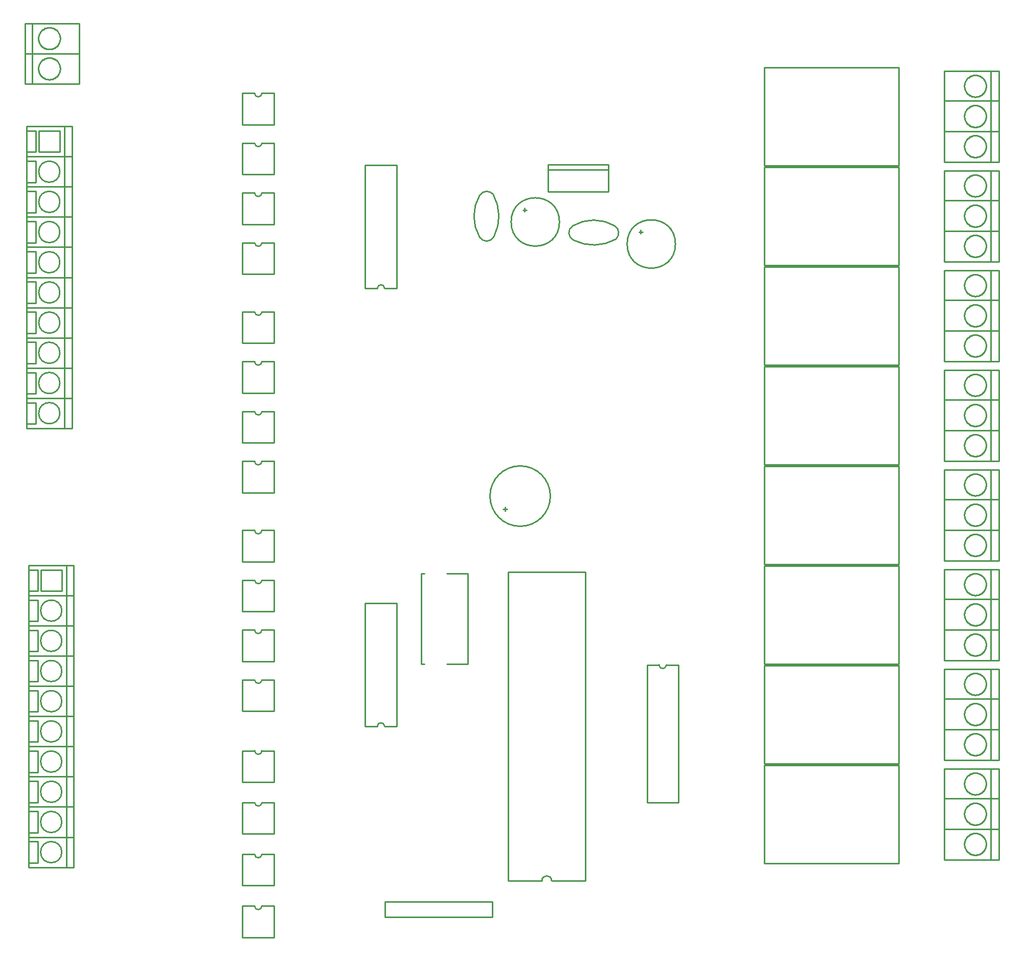
<source format=gbr>
G04 DipTrace 3.0.0.1*
G04 Âåðõíÿÿìàðêèðîâêà.gbr*
%MOIN*%
G04 #@! TF.FileFunction,Legend,Top*
G04 #@! TF.Part,Single*
%ADD10C,0.009843*%
%FSLAX26Y26*%
G04*
G70*
G90*
G75*
G01*
G04 TopSilk*
%LPD*%
X3562471Y5181497D2*
D10*
G02X3562471Y5181497I157480J0D01*
G01*
X3651259Y5247734D2*
Y5272741D1*
X3638755Y5260238D2*
X3663762D1*
X3357456Y5081281D2*
G02X3357456Y5356077I232924J137398D01*
G01*
X3444946Y5362285D2*
G02X3451202Y5087553I-254774J-143239D01*
G01*
X3357456Y5081281D2*
G03X3451202Y5087553I45209J28002D01*
G01*
X3357456Y5356077D2*
G02X3444946Y5362285I46091J-29964D01*
G01*
X3963781Y5156195D2*
G02X4238577Y5156195I137398J-232924D01*
G01*
X4244785Y5068705D2*
G02X3970053Y5062449I-143239J254774D01*
G01*
X3963781Y5156195D2*
G03X3970053Y5062449I28002J-45209D01*
G01*
X4238577Y5156195D2*
G02X4244785Y5068705I-29964J-46091D01*
G01*
X4318720Y5037747D2*
G02X4318720Y5037747I157480J0D01*
G01*
X4407508Y5103983D2*
Y5128991D1*
X4395004Y5116487D2*
X4420012D1*
X3424676Y3393701D2*
G02X3424676Y3393701I196850J0D01*
G01*
X3534833Y3308858D2*
X3509833D1*
X3522314Y3296339D2*
Y3321378D1*
X3144397Y2888678D2*
X3278268D1*
Y2298133D1*
X3144397D1*
X2996763D2*
X2975118D1*
Y2888678D1*
X2996763D1*
X6089882Y5547835D2*
X5211929D1*
Y6189567D1*
X6089882D1*
Y5547835D1*
Y4897835D2*
X5211929D1*
Y5539567D1*
X6089882D1*
Y4897835D1*
Y4247835D2*
X5211929D1*
Y4889567D1*
X6089882D1*
Y4247835D1*
Y3597835D2*
X5211929D1*
Y4239567D1*
X6089882D1*
Y3597835D1*
Y2947835D2*
X5211929D1*
Y3589567D1*
X6089882D1*
Y2947835D1*
Y2297835D2*
X5211929D1*
Y2939567D1*
X6089882D1*
Y2297835D1*
Y1647835D2*
X5211929D1*
Y2289567D1*
X6089882D1*
Y1647835D1*
Y997835D2*
X5211929D1*
Y1639567D1*
X6089882D1*
Y997835D1*
X4653144Y2293031D2*
Y1395394D1*
X4448410D2*
X4653144D1*
X4448410Y2293031D2*
Y1395394D1*
Y2293031D2*
X4527151D1*
X4653144D2*
X4574403D1*
X4527151D2*
G03X4574403Y2293031I23626J18D01*
G01*
X2611334Y4748377D2*
Y5551526D1*
X2816067D2*
X2611334D1*
X2816067Y4748377D2*
Y5551526D1*
Y4748377D2*
X2737327D1*
X2611334D2*
X2690075D1*
X2737327D2*
G03X2690075Y4748377I-23626J-13D01*
G01*
X2611334Y1892126D2*
Y2695276D1*
X2816067D2*
X2611334D1*
X2816067Y1892126D2*
Y2695276D1*
Y1892126D2*
X2737327D1*
X2611334D2*
X2690075D1*
X2737327D2*
G03X2690075Y1892126I-23626J-13D01*
G01*
X4046908Y889850D2*
Y2897638D1*
X3542995D1*
Y889850D2*
Y2897638D1*
X4046908Y885827D2*
X3826454D1*
X3542995D2*
X3763449D1*
X3826454D2*
G03X3763449Y885827I-31503J-119D01*
G01*
X3804350Y5556251D2*
X4198051D1*
Y5379085D1*
X3804350D1*
Y5556251D1*
Y5520818D2*
X4198051D1*
X1811334Y6021063D2*
Y5816339D1*
X2016067D1*
Y6021063D1*
X1937327D1*
X1890075D2*
X1811334D1*
X1890075D2*
G03X1937327Y6021063I23626J1D01*
G01*
X1811334Y5696063D2*
Y5491339D1*
X2016067D1*
Y5696063D1*
X1937327D1*
X1890075D2*
X1811334D1*
X1890075D2*
G03X1937327Y5696063I23626J1D01*
G01*
X1811334Y5371063D2*
Y5166339D1*
X2016067D1*
Y5371063D1*
X1937327D1*
X1890075D2*
X1811334D1*
X1890075D2*
G03X1937327Y5371063I23626J1D01*
G01*
X1811334Y5046063D2*
Y4841339D1*
X2016067D1*
Y5046063D1*
X1937327D1*
X1890075D2*
X1811334D1*
X1890075D2*
G03X1937327Y5046063I23626J1D01*
G01*
X1811334Y4596063D2*
Y4391339D1*
X2016067D1*
Y4596063D1*
X1937327D1*
X1890075D2*
X1811334D1*
X1890075D2*
G03X1937327Y4596063I23626J1D01*
G01*
X1811334Y4271063D2*
Y4066339D1*
X2016067D1*
Y4271063D1*
X1937327D1*
X1890075D2*
X1811334D1*
X1890075D2*
G03X1937327Y4271063I23626J1D01*
G01*
X1811334Y3946063D2*
Y3741339D1*
X2016067D1*
Y3946063D1*
X1937327D1*
X1890075D2*
X1811334D1*
X1890075D2*
G03X1937327Y3946063I23626J1D01*
G01*
X1811334Y3621063D2*
Y3416339D1*
X2016067D1*
Y3621063D1*
X1937327D1*
X1890075D2*
X1811334D1*
X1890075D2*
G03X1937327Y3621063I23626J1D01*
G01*
X1811334Y3171063D2*
Y2966339D1*
X2016067D1*
Y3171063D1*
X1937327D1*
X1890075D2*
X1811334D1*
X1890075D2*
G03X1937327Y3171063I23626J1D01*
G01*
X1811334Y2846063D2*
Y2641339D1*
X2016067D1*
Y2846063D1*
X1937327D1*
X1890075D2*
X1811334D1*
X1890075D2*
G03X1937327Y2846063I23626J1D01*
G01*
X1811334Y2521063D2*
Y2316339D1*
X2016067D1*
Y2521063D1*
X1937327D1*
X1890075D2*
X1811334D1*
X1890075D2*
G03X1937327Y2521063I23626J1D01*
G01*
X1811334Y2196063D2*
Y1991339D1*
X2016067D1*
Y2196063D1*
X1937327D1*
X1890075D2*
X1811334D1*
X1890075D2*
G03X1937327Y2196063I23626J1D01*
G01*
X1811334Y1733563D2*
Y1528839D1*
X2016067D1*
Y1733563D1*
X1937327D1*
X1890075D2*
X1811334D1*
X1890075D2*
G03X1937327Y1733563I23626J1D01*
G01*
X1811334Y1396063D2*
Y1191339D1*
X2016067D1*
Y1396063D1*
X1937327D1*
X1890075D2*
X1811334D1*
X1890075D2*
G03X1937327Y1396063I23626J1D01*
G01*
X1811334Y1058563D2*
Y853839D1*
X2016067D1*
Y1058563D1*
X1937327D1*
X1890075D2*
X1811334D1*
X1890075D2*
G03X1937327Y1058563I23626J1D01*
G01*
X1811334Y721063D2*
Y516339D1*
X2016067D1*
Y721063D1*
X1937327D1*
X1890075D2*
X1811334D1*
X1890075D2*
G03X1937327Y721063I23626J1D01*
G01*
X698819Y5804626D2*
X403543D1*
Y3836122D1*
X698819D1*
Y5804626D1*
X620069Y5775098D2*
X482293D1*
Y5637303D1*
X620069D1*
Y5775098D1*
X482293Y5509350D2*
G02X482293Y5509350I68888J0D01*
G01*
Y5312500D2*
G02X482293Y5312500I68888J0D01*
G01*
Y5115650D2*
G02X482293Y5115650I68888J0D01*
G01*
Y4918799D2*
G02X482293Y4918799I68888J0D01*
G01*
Y4721949D2*
G02X482293Y4721949I68888J0D01*
G01*
Y4525098D2*
G02X482293Y4525098I68888J0D01*
G01*
Y4328248D2*
G02X482293Y4328248I68888J0D01*
G01*
Y4131398D2*
G02X482293Y4131398I68888J0D01*
G01*
Y3934547D2*
G02X482293Y3934547I68888J0D01*
G01*
X462598Y5775098D2*
X403543D1*
Y5637303D1*
X462598D1*
Y5775098D1*
Y5578248D2*
X403543D1*
Y5440453D1*
X462598D1*
Y5578248D1*
Y5381398D2*
X403543D1*
Y5243602D1*
X462598D1*
Y5381398D1*
Y5184547D2*
X403543D1*
Y5046752D1*
X462598D1*
Y5184547D1*
Y4987697D2*
X403543D1*
Y4849902D1*
X462598D1*
Y4987697D1*
Y4790846D2*
X403543D1*
Y4653051D1*
X462598D1*
Y4790846D1*
Y4593996D2*
X403543D1*
Y4456201D1*
X462598D1*
Y4593996D1*
Y4397146D2*
X403543D1*
Y4259350D1*
X462598D1*
Y4397146D1*
Y4200295D2*
X403543D1*
Y4062500D1*
X462598D1*
Y4200295D1*
Y4003445D2*
X403543D1*
Y3865650D1*
X462598D1*
Y4003445D1*
X403543Y5607776D2*
X698819D1*
X403543Y5410925D2*
X698819D1*
X403543Y5214075D2*
X698819D1*
X403543Y5017224D2*
X698819D1*
X403543Y4820374D2*
X698819D1*
X403543Y4623524D2*
X698819D1*
X403543Y4426673D2*
X698819D1*
X403543Y4229823D2*
X698819D1*
X403543Y4032972D2*
X698819D1*
X649596Y5804626D2*
Y3836122D1*
X711339Y2942126D2*
X416063D1*
Y973622D1*
X711339D1*
Y2942126D1*
X632589Y2912598D2*
X494813D1*
Y2774803D1*
X632589D1*
Y2912598D1*
X494813Y2646850D2*
G02X494813Y2646850I68888J0D01*
G01*
Y2450000D2*
G02X494813Y2450000I68888J0D01*
G01*
Y2253150D2*
G02X494813Y2253150I68888J0D01*
G01*
Y2056299D2*
G02X494813Y2056299I68888J0D01*
G01*
Y1859449D2*
G02X494813Y1859449I68888J0D01*
G01*
Y1662598D2*
G02X494813Y1662598I68888J0D01*
G01*
Y1465748D2*
G02X494813Y1465748I68888J0D01*
G01*
Y1268898D2*
G02X494813Y1268898I68888J0D01*
G01*
Y1072047D2*
G02X494813Y1072047I68888J0D01*
G01*
X475118Y2912598D2*
X416063D1*
Y2774803D1*
X475118D1*
Y2912598D1*
Y2715748D2*
X416063D1*
Y2577953D1*
X475118D1*
Y2715748D1*
Y2518898D2*
X416063D1*
Y2381102D1*
X475118D1*
Y2518898D1*
Y2322047D2*
X416063D1*
Y2184252D1*
X475118D1*
Y2322047D1*
Y2125197D2*
X416063D1*
Y1987402D1*
X475118D1*
Y2125197D1*
Y1928346D2*
X416063D1*
Y1790551D1*
X475118D1*
Y1928346D1*
Y1731496D2*
X416063D1*
Y1593701D1*
X475118D1*
Y1731496D1*
Y1534646D2*
X416063D1*
Y1396850D1*
X475118D1*
Y1534646D1*
Y1337795D2*
X416063D1*
Y1200000D1*
X475118D1*
Y1337795D1*
Y1140945D2*
X416063D1*
Y1003150D1*
X475118D1*
Y1140945D1*
X416063Y2745276D2*
X711339D1*
X416063Y2548425D2*
X711339D1*
X416063Y2351575D2*
X711339D1*
X416063Y2154724D2*
X711339D1*
X416063Y1957874D2*
X711339D1*
X416063Y1761024D2*
X711339D1*
X416063Y1564173D2*
X711339D1*
X416063Y1367323D2*
X711339D1*
X416063Y1170472D2*
X711339D1*
X662116Y2942126D2*
Y973622D1*
X2738701Y749951D2*
Y649951D1*
X3438701Y749951D2*
X2738701D1*
X3438701D2*
Y649951D1*
X2738701D1*
X393701Y6082776D2*
X748031D1*
Y6476476D1*
X393701D1*
Y6082776D1*
X440933D2*
Y6472539D1*
X397634Y6279626D2*
X744098D1*
X480299Y6181319D2*
X480472Y6186271D1*
X480989Y6191198D1*
X481848Y6196077D1*
X483044Y6200885D1*
X484573Y6205597D1*
X486426Y6210191D1*
X488594Y6214644D1*
X491067Y6218935D1*
X493833Y6223042D1*
X496879Y6226947D1*
X500189Y6230629D1*
X503747Y6234070D1*
X507536Y6237255D1*
X511538Y6240168D1*
X515732Y6242793D1*
X520100Y6245119D1*
X524618Y6247134D1*
X529267Y6248829D1*
X534021Y6250195D1*
X538860Y6251225D1*
X543758Y6251914D1*
X548692Y6252260D1*
X553639D1*
X558573Y6251914D1*
X563471Y6251225D1*
X568309Y6250195D1*
X573064Y6248829D1*
X577712Y6247134D1*
X582231Y6245119D1*
X586598Y6242793D1*
X590793Y6240168D1*
X594795Y6237255D1*
X598584Y6234070D1*
X602142Y6230629D1*
X605452Y6226947D1*
X608497Y6223042D1*
X611263Y6218935D1*
X613736Y6214644D1*
X615905Y6210191D1*
X617758Y6205597D1*
X619286Y6200885D1*
X620483Y6196077D1*
X621342Y6191198D1*
X621859Y6186271D1*
X622031Y6181319D1*
X621859Y6176367D1*
X621342Y6171440D1*
X620483Y6166560D1*
X619286Y6161753D1*
X617758Y6157041D1*
X615905Y6152447D1*
X613736Y6147994D1*
X611263Y6143703D1*
X608497Y6139595D1*
X605452Y6135691D1*
X602142Y6132009D1*
X598584Y6128567D1*
X594795Y6125383D1*
X590793Y6122470D1*
X586598Y6119845D1*
X582231Y6117519D1*
X577712Y6115503D1*
X573064Y6113809D1*
X568309Y6112443D1*
X563471Y6111413D1*
X558573Y6110724D1*
X553639Y6110378D1*
X548692D1*
X543758Y6110724D1*
X538860Y6111413D1*
X534021Y6112443D1*
X529267Y6113809D1*
X524618Y6115503D1*
X520100Y6117519D1*
X515732Y6119845D1*
X511538Y6122470D1*
X507536Y6125383D1*
X503747Y6128567D1*
X500189Y6132009D1*
X496879Y6135691D1*
X493833Y6139595D1*
X491067Y6143703D1*
X488594Y6147994D1*
X486426Y6152447D1*
X484573Y6157041D1*
X483044Y6161753D1*
X481848Y6166560D1*
X480989Y6171440D1*
X480472Y6176367D1*
X480299Y6181319D1*
Y6378169D2*
X480472Y6383121D1*
X480989Y6388048D1*
X481848Y6392928D1*
X483044Y6397735D1*
X484573Y6402447D1*
X486426Y6407041D1*
X488594Y6411494D1*
X491067Y6415785D1*
X493833Y6419893D1*
X496879Y6423797D1*
X500189Y6427479D1*
X503747Y6430921D1*
X507536Y6434106D1*
X511538Y6437018D1*
X515732Y6439643D1*
X520100Y6441970D1*
X524618Y6443985D1*
X529267Y6445679D1*
X534021Y6447045D1*
X538860Y6448075D1*
X543758Y6448765D1*
X548692Y6449110D1*
X553639D1*
X558573Y6448765D1*
X563471Y6448075D1*
X568309Y6447045D1*
X573064Y6445679D1*
X577712Y6443985D1*
X582231Y6441970D1*
X586598Y6439643D1*
X590793Y6437018D1*
X594795Y6434106D1*
X598584Y6430921D1*
X602142Y6427479D1*
X605452Y6423797D1*
X608497Y6419893D1*
X611263Y6415785D1*
X613736Y6411494D1*
X615905Y6407041D1*
X617758Y6402447D1*
X619286Y6397735D1*
X620483Y6392928D1*
X621342Y6388048D1*
X621859Y6383121D1*
X622031Y6378169D1*
X621859Y6373218D1*
X621342Y6368290D1*
X620483Y6363411D1*
X619286Y6358603D1*
X617758Y6353891D1*
X615905Y6349297D1*
X613736Y6344844D1*
X611263Y6340553D1*
X608497Y6336446D1*
X605452Y6332541D1*
X602142Y6328859D1*
X598584Y6325418D1*
X594795Y6322233D1*
X590793Y6319321D1*
X586598Y6316695D1*
X582231Y6314369D1*
X577712Y6312354D1*
X573064Y6310659D1*
X568309Y6309294D1*
X563471Y6308263D1*
X558573Y6307574D1*
X553639Y6307228D1*
X548692D1*
X543758Y6307574D1*
X538860Y6308263D1*
X534021Y6309294D1*
X529267Y6310659D1*
X524618Y6312354D1*
X520100Y6314369D1*
X515732Y6316695D1*
X511538Y6319321D1*
X507536Y6322233D1*
X503747Y6325418D1*
X500189Y6328859D1*
X496879Y6332541D1*
X493833Y6336446D1*
X491067Y6340553D1*
X488594Y6344844D1*
X486426Y6349297D1*
X484573Y6353891D1*
X483044Y6358603D1*
X481848Y6363411D1*
X480989Y6368290D1*
X480472Y6373218D1*
X480299Y6378169D1*
X6742121Y6166314D2*
X6387790D1*
Y5571825D1*
X6742121D1*
Y6166314D1*
X6517723Y6067748D2*
X6517896Y6072699D1*
X6518413Y6077626D1*
X6519272Y6082505D1*
X6520468Y6087313D1*
X6521997Y6092025D1*
X6523850Y6096618D1*
X6526018Y6101071D1*
X6528491Y6105362D1*
X6531257Y6109470D1*
X6534303Y6113374D1*
X6537612Y6117056D1*
X6541171Y6120497D1*
X6544960Y6123682D1*
X6548961Y6126594D1*
X6553156Y6129220D1*
X6557524Y6131546D1*
X6562042Y6133561D1*
X6566690Y6135255D1*
X6571445Y6136621D1*
X6576283Y6137651D1*
X6581182Y6138341D1*
X6586116Y6138686D1*
X6591062D1*
X6595997Y6138341D1*
X6600895Y6137651D1*
X6605733Y6136621D1*
X6610488Y6135255D1*
X6615136Y6133561D1*
X6619655Y6131546D1*
X6624022Y6129220D1*
X6628217Y6126594D1*
X6632219Y6123682D1*
X6636008Y6120497D1*
X6639566Y6117056D1*
X6642876Y6113374D1*
X6645921Y6109470D1*
X6648687Y6105362D1*
X6651160Y6101071D1*
X6653329Y6096618D1*
X6655182Y6092025D1*
X6656710Y6087313D1*
X6657907Y6082505D1*
X6658766Y6077626D1*
X6659283Y6072699D1*
X6659455Y6067748D1*
X6659283Y6062796D1*
X6658766Y6057869D1*
X6657907Y6052990D1*
X6656710Y6048182D1*
X6655182Y6043470D1*
X6653329Y6038877D1*
X6651160Y6034424D1*
X6648687Y6030133D1*
X6645921Y6026025D1*
X6642876Y6022121D1*
X6639566Y6018439D1*
X6636008Y6014998D1*
X6632219Y6011813D1*
X6628217Y6008901D1*
X6624022Y6006275D1*
X6619655Y6003949D1*
X6615136Y6001934D1*
X6610488Y6000240D1*
X6605733Y5998874D1*
X6600895Y5997844D1*
X6595997Y5997154D1*
X6591062Y5996809D1*
X6586116D1*
X6581182Y5997154D1*
X6576283Y5997844D1*
X6571445Y5998874D1*
X6566690Y6000240D1*
X6562042Y6001934D1*
X6557524Y6003949D1*
X6553156Y6006275D1*
X6548961Y6008901D1*
X6544960Y6011813D1*
X6541171Y6014998D1*
X6537612Y6018439D1*
X6534303Y6022121D1*
X6531257Y6026025D1*
X6528491Y6030133D1*
X6526018Y6034424D1*
X6523850Y6038877D1*
X6521997Y6043470D1*
X6520468Y6048182D1*
X6519272Y6052990D1*
X6518413Y6057869D1*
X6517896Y6062796D1*
X6517723Y6067748D1*
Y5870912D2*
X6517896Y5875864D1*
X6518413Y5880791D1*
X6519272Y5885670D1*
X6520468Y5890478D1*
X6521997Y5895190D1*
X6523850Y5899783D1*
X6526018Y5904236D1*
X6528491Y5908527D1*
X6531257Y5912635D1*
X6534303Y5916539D1*
X6537612Y5920221D1*
X6541171Y5923662D1*
X6544960Y5926847D1*
X6548961Y5929759D1*
X6553156Y5932385D1*
X6557524Y5934711D1*
X6562042Y5936726D1*
X6566690Y5938420D1*
X6571445Y5939786D1*
X6576283Y5940816D1*
X6581182Y5941506D1*
X6586116Y5941851D1*
X6591062D1*
X6595997Y5941506D1*
X6600895Y5940816D1*
X6605733Y5939786D1*
X6610488Y5938420D1*
X6615136Y5936726D1*
X6619655Y5934711D1*
X6624022Y5932385D1*
X6628217Y5929759D1*
X6632219Y5926847D1*
X6636008Y5923662D1*
X6639566Y5920221D1*
X6642876Y5916539D1*
X6645921Y5912635D1*
X6648687Y5908527D1*
X6651160Y5904236D1*
X6653329Y5899783D1*
X6655182Y5895190D1*
X6656710Y5890478D1*
X6657907Y5885670D1*
X6658766Y5880791D1*
X6659283Y5875864D1*
X6659455Y5870912D1*
X6659283Y5865961D1*
X6658766Y5861034D1*
X6657907Y5856155D1*
X6656710Y5851347D1*
X6655182Y5846635D1*
X6653329Y5842042D1*
X6651160Y5837588D1*
X6648687Y5833298D1*
X6645921Y5829190D1*
X6642876Y5825286D1*
X6639566Y5821604D1*
X6636008Y5818163D1*
X6632219Y5814978D1*
X6628217Y5812066D1*
X6624022Y5809440D1*
X6619655Y5807114D1*
X6615136Y5805099D1*
X6610488Y5803405D1*
X6605733Y5802039D1*
X6600895Y5801009D1*
X6595997Y5800319D1*
X6591062Y5799974D1*
X6586116D1*
X6581182Y5800319D1*
X6576283Y5801009D1*
X6571445Y5802039D1*
X6566690Y5803405D1*
X6562042Y5805099D1*
X6557524Y5807114D1*
X6553156Y5809440D1*
X6548961Y5812066D1*
X6544960Y5814978D1*
X6541171Y5818163D1*
X6537612Y5821604D1*
X6534303Y5825286D1*
X6531257Y5829190D1*
X6528491Y5833298D1*
X6526018Y5837588D1*
X6523850Y5842042D1*
X6521997Y5846635D1*
X6520468Y5851347D1*
X6519272Y5856155D1*
X6518413Y5861034D1*
X6517896Y5865961D1*
X6517723Y5870912D1*
Y5674077D2*
X6517896Y5679029D1*
X6518413Y5683956D1*
X6519272Y5688835D1*
X6520468Y5693643D1*
X6521997Y5698355D1*
X6523850Y5702948D1*
X6526018Y5707401D1*
X6528491Y5711692D1*
X6531257Y5715800D1*
X6534303Y5719704D1*
X6537612Y5723386D1*
X6541171Y5726827D1*
X6544960Y5730012D1*
X6548961Y5732924D1*
X6553156Y5735550D1*
X6557524Y5737876D1*
X6562042Y5739891D1*
X6566690Y5741585D1*
X6571445Y5742951D1*
X6576283Y5743981D1*
X6581182Y5744670D1*
X6586116Y5745016D1*
X6591062D1*
X6595997Y5744670D1*
X6600895Y5743981D1*
X6605733Y5742951D1*
X6610488Y5741585D1*
X6615136Y5739891D1*
X6619655Y5737876D1*
X6624022Y5735550D1*
X6628217Y5732924D1*
X6632219Y5730012D1*
X6636008Y5726827D1*
X6639566Y5723386D1*
X6642876Y5719704D1*
X6645921Y5715800D1*
X6648687Y5711692D1*
X6651160Y5707401D1*
X6653329Y5702948D1*
X6655182Y5698355D1*
X6656710Y5693643D1*
X6657907Y5688835D1*
X6658766Y5683956D1*
X6659283Y5679029D1*
X6659455Y5674077D1*
X6659283Y5669126D1*
X6658766Y5664199D1*
X6657907Y5659319D1*
X6656710Y5654512D1*
X6655182Y5649800D1*
X6653329Y5645206D1*
X6651160Y5640753D1*
X6648687Y5636463D1*
X6645921Y5632355D1*
X6642876Y5628451D1*
X6639566Y5624769D1*
X6636008Y5621328D1*
X6632219Y5618143D1*
X6628217Y5615231D1*
X6624022Y5612605D1*
X6619655Y5610279D1*
X6615136Y5608264D1*
X6610488Y5606570D1*
X6605733Y5605204D1*
X6600895Y5604174D1*
X6595997Y5603484D1*
X6591062Y5603139D1*
X6586116D1*
X6581182Y5603484D1*
X6576283Y5604174D1*
X6571445Y5605204D1*
X6566690Y5606570D1*
X6562042Y5608264D1*
X6557524Y5610279D1*
X6553156Y5612605D1*
X6548961Y5615231D1*
X6544960Y5618143D1*
X6541171Y5621328D1*
X6537612Y5624769D1*
X6534303Y5628451D1*
X6531257Y5632355D1*
X6528491Y5636463D1*
X6526018Y5640753D1*
X6523850Y5645206D1*
X6521997Y5649800D1*
X6520468Y5654512D1*
X6519272Y5659319D1*
X6518413Y5664199D1*
X6517896Y5669126D1*
X6517723Y5674077D1*
X6690955Y6166314D2*
Y5575749D1*
X6738188Y5973402D2*
X6391723D1*
X6738188Y5772584D2*
X6391723D1*
X6742121Y5516314D2*
X6387790D1*
Y4921825D1*
X6742121D1*
Y5516314D1*
X6517723Y5417748D2*
X6517896Y5422699D1*
X6518413Y5427626D1*
X6519272Y5432505D1*
X6520468Y5437313D1*
X6521997Y5442025D1*
X6523850Y5446618D1*
X6526018Y5451071D1*
X6528491Y5455362D1*
X6531257Y5459470D1*
X6534303Y5463374D1*
X6537612Y5467056D1*
X6541171Y5470497D1*
X6544960Y5473682D1*
X6548961Y5476594D1*
X6553156Y5479220D1*
X6557524Y5481546D1*
X6562042Y5483561D1*
X6566690Y5485255D1*
X6571445Y5486621D1*
X6576283Y5487651D1*
X6581182Y5488341D1*
X6586116Y5488686D1*
X6591062D1*
X6595997Y5488341D1*
X6600895Y5487651D1*
X6605733Y5486621D1*
X6610488Y5485255D1*
X6615136Y5483561D1*
X6619655Y5481546D1*
X6624022Y5479220D1*
X6628217Y5476594D1*
X6632219Y5473682D1*
X6636008Y5470497D1*
X6639566Y5467056D1*
X6642876Y5463374D1*
X6645921Y5459470D1*
X6648687Y5455362D1*
X6651160Y5451071D1*
X6653329Y5446618D1*
X6655182Y5442025D1*
X6656710Y5437313D1*
X6657907Y5432505D1*
X6658766Y5427626D1*
X6659283Y5422699D1*
X6659455Y5417748D1*
X6659283Y5412796D1*
X6658766Y5407869D1*
X6657907Y5402990D1*
X6656710Y5398182D1*
X6655182Y5393470D1*
X6653329Y5388877D1*
X6651160Y5384424D1*
X6648687Y5380133D1*
X6645921Y5376025D1*
X6642876Y5372121D1*
X6639566Y5368439D1*
X6636008Y5364998D1*
X6632219Y5361813D1*
X6628217Y5358901D1*
X6624022Y5356275D1*
X6619655Y5353949D1*
X6615136Y5351934D1*
X6610488Y5350240D1*
X6605733Y5348874D1*
X6600895Y5347844D1*
X6595997Y5347154D1*
X6591062Y5346809D1*
X6586116D1*
X6581182Y5347154D1*
X6576283Y5347844D1*
X6571445Y5348874D1*
X6566690Y5350240D1*
X6562042Y5351934D1*
X6557524Y5353949D1*
X6553156Y5356275D1*
X6548961Y5358901D1*
X6544960Y5361813D1*
X6541171Y5364998D1*
X6537612Y5368439D1*
X6534303Y5372121D1*
X6531257Y5376025D1*
X6528491Y5380133D1*
X6526018Y5384424D1*
X6523850Y5388877D1*
X6521997Y5393470D1*
X6520468Y5398182D1*
X6519272Y5402990D1*
X6518413Y5407869D1*
X6517896Y5412796D1*
X6517723Y5417748D1*
Y5220912D2*
X6517896Y5225864D1*
X6518413Y5230791D1*
X6519272Y5235670D1*
X6520468Y5240478D1*
X6521997Y5245190D1*
X6523850Y5249783D1*
X6526018Y5254236D1*
X6528491Y5258527D1*
X6531257Y5262635D1*
X6534303Y5266539D1*
X6537612Y5270221D1*
X6541171Y5273662D1*
X6544960Y5276847D1*
X6548961Y5279759D1*
X6553156Y5282385D1*
X6557524Y5284711D1*
X6562042Y5286726D1*
X6566690Y5288420D1*
X6571445Y5289786D1*
X6576283Y5290816D1*
X6581182Y5291506D1*
X6586116Y5291851D1*
X6591062D1*
X6595997Y5291506D1*
X6600895Y5290816D1*
X6605733Y5289786D1*
X6610488Y5288420D1*
X6615136Y5286726D1*
X6619655Y5284711D1*
X6624022Y5282385D1*
X6628217Y5279759D1*
X6632219Y5276847D1*
X6636008Y5273662D1*
X6639566Y5270221D1*
X6642876Y5266539D1*
X6645921Y5262635D1*
X6648687Y5258527D1*
X6651160Y5254236D1*
X6653329Y5249783D1*
X6655182Y5245190D1*
X6656710Y5240478D1*
X6657907Y5235670D1*
X6658766Y5230791D1*
X6659283Y5225864D1*
X6659455Y5220912D1*
X6659283Y5215961D1*
X6658766Y5211034D1*
X6657907Y5206155D1*
X6656710Y5201347D1*
X6655182Y5196635D1*
X6653329Y5192042D1*
X6651160Y5187588D1*
X6648687Y5183298D1*
X6645921Y5179190D1*
X6642876Y5175286D1*
X6639566Y5171604D1*
X6636008Y5168163D1*
X6632219Y5164978D1*
X6628217Y5162066D1*
X6624022Y5159440D1*
X6619655Y5157114D1*
X6615136Y5155099D1*
X6610488Y5153405D1*
X6605733Y5152039D1*
X6600895Y5151009D1*
X6595997Y5150319D1*
X6591062Y5149974D1*
X6586116D1*
X6581182Y5150319D1*
X6576283Y5151009D1*
X6571445Y5152039D1*
X6566690Y5153405D1*
X6562042Y5155099D1*
X6557524Y5157114D1*
X6553156Y5159440D1*
X6548961Y5162066D1*
X6544960Y5164978D1*
X6541171Y5168163D1*
X6537612Y5171604D1*
X6534303Y5175286D1*
X6531257Y5179190D1*
X6528491Y5183298D1*
X6526018Y5187588D1*
X6523850Y5192042D1*
X6521997Y5196635D1*
X6520468Y5201347D1*
X6519272Y5206155D1*
X6518413Y5211034D1*
X6517896Y5215961D1*
X6517723Y5220912D1*
Y5024077D2*
X6517896Y5029029D1*
X6518413Y5033956D1*
X6519272Y5038835D1*
X6520468Y5043643D1*
X6521997Y5048355D1*
X6523850Y5052948D1*
X6526018Y5057401D1*
X6528491Y5061692D1*
X6531257Y5065800D1*
X6534303Y5069704D1*
X6537612Y5073386D1*
X6541171Y5076827D1*
X6544960Y5080012D1*
X6548961Y5082924D1*
X6553156Y5085550D1*
X6557524Y5087876D1*
X6562042Y5089891D1*
X6566690Y5091585D1*
X6571445Y5092951D1*
X6576283Y5093981D1*
X6581182Y5094670D1*
X6586116Y5095016D1*
X6591062D1*
X6595997Y5094670D1*
X6600895Y5093981D1*
X6605733Y5092951D1*
X6610488Y5091585D1*
X6615136Y5089891D1*
X6619655Y5087876D1*
X6624022Y5085550D1*
X6628217Y5082924D1*
X6632219Y5080012D1*
X6636008Y5076827D1*
X6639566Y5073386D1*
X6642876Y5069704D1*
X6645921Y5065800D1*
X6648687Y5061692D1*
X6651160Y5057401D1*
X6653329Y5052948D1*
X6655182Y5048355D1*
X6656710Y5043643D1*
X6657907Y5038835D1*
X6658766Y5033956D1*
X6659283Y5029029D1*
X6659455Y5024077D1*
X6659283Y5019126D1*
X6658766Y5014199D1*
X6657907Y5009319D1*
X6656710Y5004512D1*
X6655182Y4999800D1*
X6653329Y4995206D1*
X6651160Y4990753D1*
X6648687Y4986463D1*
X6645921Y4982355D1*
X6642876Y4978451D1*
X6639566Y4974769D1*
X6636008Y4971328D1*
X6632219Y4968143D1*
X6628217Y4965231D1*
X6624022Y4962605D1*
X6619655Y4960279D1*
X6615136Y4958264D1*
X6610488Y4956570D1*
X6605733Y4955204D1*
X6600895Y4954174D1*
X6595997Y4953484D1*
X6591062Y4953139D1*
X6586116D1*
X6581182Y4953484D1*
X6576283Y4954174D1*
X6571445Y4955204D1*
X6566690Y4956570D1*
X6562042Y4958264D1*
X6557524Y4960279D1*
X6553156Y4962605D1*
X6548961Y4965231D1*
X6544960Y4968143D1*
X6541171Y4971328D1*
X6537612Y4974769D1*
X6534303Y4978451D1*
X6531257Y4982355D1*
X6528491Y4986463D1*
X6526018Y4990753D1*
X6523850Y4995206D1*
X6521997Y4999800D1*
X6520468Y5004512D1*
X6519272Y5009319D1*
X6518413Y5014199D1*
X6517896Y5019126D1*
X6517723Y5024077D1*
X6690955Y5516314D2*
Y4925749D1*
X6738188Y5323402D2*
X6391723D1*
X6738188Y5122584D2*
X6391723D1*
X6742121Y4866314D2*
X6387790D1*
Y4271825D1*
X6742121D1*
Y4866314D1*
X6517723Y4767748D2*
X6517896Y4772699D1*
X6518413Y4777626D1*
X6519272Y4782505D1*
X6520468Y4787313D1*
X6521997Y4792025D1*
X6523850Y4796618D1*
X6526018Y4801071D1*
X6528491Y4805362D1*
X6531257Y4809470D1*
X6534303Y4813374D1*
X6537612Y4817056D1*
X6541171Y4820497D1*
X6544960Y4823682D1*
X6548961Y4826594D1*
X6553156Y4829220D1*
X6557524Y4831546D1*
X6562042Y4833561D1*
X6566690Y4835255D1*
X6571445Y4836621D1*
X6576283Y4837651D1*
X6581182Y4838341D1*
X6586116Y4838686D1*
X6591062D1*
X6595997Y4838341D1*
X6600895Y4837651D1*
X6605733Y4836621D1*
X6610488Y4835255D1*
X6615136Y4833561D1*
X6619655Y4831546D1*
X6624022Y4829220D1*
X6628217Y4826594D1*
X6632219Y4823682D1*
X6636008Y4820497D1*
X6639566Y4817056D1*
X6642876Y4813374D1*
X6645921Y4809470D1*
X6648687Y4805362D1*
X6651160Y4801071D1*
X6653329Y4796618D1*
X6655182Y4792025D1*
X6656710Y4787313D1*
X6657907Y4782505D1*
X6658766Y4777626D1*
X6659283Y4772699D1*
X6659455Y4767748D1*
X6659283Y4762796D1*
X6658766Y4757869D1*
X6657907Y4752990D1*
X6656710Y4748182D1*
X6655182Y4743470D1*
X6653329Y4738877D1*
X6651160Y4734424D1*
X6648687Y4730133D1*
X6645921Y4726025D1*
X6642876Y4722121D1*
X6639566Y4718439D1*
X6636008Y4714998D1*
X6632219Y4711813D1*
X6628217Y4708901D1*
X6624022Y4706275D1*
X6619655Y4703949D1*
X6615136Y4701934D1*
X6610488Y4700240D1*
X6605733Y4698874D1*
X6600895Y4697844D1*
X6595997Y4697154D1*
X6591062Y4696809D1*
X6586116D1*
X6581182Y4697154D1*
X6576283Y4697844D1*
X6571445Y4698874D1*
X6566690Y4700240D1*
X6562042Y4701934D1*
X6557524Y4703949D1*
X6553156Y4706275D1*
X6548961Y4708901D1*
X6544960Y4711813D1*
X6541171Y4714998D1*
X6537612Y4718439D1*
X6534303Y4722121D1*
X6531257Y4726025D1*
X6528491Y4730133D1*
X6526018Y4734424D1*
X6523850Y4738877D1*
X6521997Y4743470D1*
X6520468Y4748182D1*
X6519272Y4752990D1*
X6518413Y4757869D1*
X6517896Y4762796D1*
X6517723Y4767748D1*
Y4570912D2*
X6517896Y4575864D1*
X6518413Y4580791D1*
X6519272Y4585670D1*
X6520468Y4590478D1*
X6521997Y4595190D1*
X6523850Y4599783D1*
X6526018Y4604236D1*
X6528491Y4608527D1*
X6531257Y4612635D1*
X6534303Y4616539D1*
X6537612Y4620221D1*
X6541171Y4623662D1*
X6544960Y4626847D1*
X6548961Y4629759D1*
X6553156Y4632385D1*
X6557524Y4634711D1*
X6562042Y4636726D1*
X6566690Y4638420D1*
X6571445Y4639786D1*
X6576283Y4640816D1*
X6581182Y4641506D1*
X6586116Y4641851D1*
X6591062D1*
X6595997Y4641506D1*
X6600895Y4640816D1*
X6605733Y4639786D1*
X6610488Y4638420D1*
X6615136Y4636726D1*
X6619655Y4634711D1*
X6624022Y4632385D1*
X6628217Y4629759D1*
X6632219Y4626847D1*
X6636008Y4623662D1*
X6639566Y4620221D1*
X6642876Y4616539D1*
X6645921Y4612635D1*
X6648687Y4608527D1*
X6651160Y4604236D1*
X6653329Y4599783D1*
X6655182Y4595190D1*
X6656710Y4590478D1*
X6657907Y4585670D1*
X6658766Y4580791D1*
X6659283Y4575864D1*
X6659455Y4570912D1*
X6659283Y4565961D1*
X6658766Y4561034D1*
X6657907Y4556155D1*
X6656710Y4551347D1*
X6655182Y4546635D1*
X6653329Y4542042D1*
X6651160Y4537588D1*
X6648687Y4533298D1*
X6645921Y4529190D1*
X6642876Y4525286D1*
X6639566Y4521604D1*
X6636008Y4518163D1*
X6632219Y4514978D1*
X6628217Y4512066D1*
X6624022Y4509440D1*
X6619655Y4507114D1*
X6615136Y4505099D1*
X6610488Y4503405D1*
X6605733Y4502039D1*
X6600895Y4501009D1*
X6595997Y4500319D1*
X6591062Y4499974D1*
X6586116D1*
X6581182Y4500319D1*
X6576283Y4501009D1*
X6571445Y4502039D1*
X6566690Y4503405D1*
X6562042Y4505099D1*
X6557524Y4507114D1*
X6553156Y4509440D1*
X6548961Y4512066D1*
X6544960Y4514978D1*
X6541171Y4518163D1*
X6537612Y4521604D1*
X6534303Y4525286D1*
X6531257Y4529190D1*
X6528491Y4533298D1*
X6526018Y4537588D1*
X6523850Y4542042D1*
X6521997Y4546635D1*
X6520468Y4551347D1*
X6519272Y4556155D1*
X6518413Y4561034D1*
X6517896Y4565961D1*
X6517723Y4570912D1*
Y4374077D2*
X6517896Y4379029D1*
X6518413Y4383956D1*
X6519272Y4388835D1*
X6520468Y4393643D1*
X6521997Y4398355D1*
X6523850Y4402948D1*
X6526018Y4407401D1*
X6528491Y4411692D1*
X6531257Y4415800D1*
X6534303Y4419704D1*
X6537612Y4423386D1*
X6541171Y4426827D1*
X6544960Y4430012D1*
X6548961Y4432924D1*
X6553156Y4435550D1*
X6557524Y4437876D1*
X6562042Y4439891D1*
X6566690Y4441585D1*
X6571445Y4442951D1*
X6576283Y4443981D1*
X6581182Y4444670D1*
X6586116Y4445016D1*
X6591062D1*
X6595997Y4444670D1*
X6600895Y4443981D1*
X6605733Y4442951D1*
X6610488Y4441585D1*
X6615136Y4439891D1*
X6619655Y4437876D1*
X6624022Y4435550D1*
X6628217Y4432924D1*
X6632219Y4430012D1*
X6636008Y4426827D1*
X6639566Y4423386D1*
X6642876Y4419704D1*
X6645921Y4415800D1*
X6648687Y4411692D1*
X6651160Y4407401D1*
X6653329Y4402948D1*
X6655182Y4398355D1*
X6656710Y4393643D1*
X6657907Y4388835D1*
X6658766Y4383956D1*
X6659283Y4379029D1*
X6659455Y4374077D1*
X6659283Y4369126D1*
X6658766Y4364199D1*
X6657907Y4359319D1*
X6656710Y4354512D1*
X6655182Y4349800D1*
X6653329Y4345206D1*
X6651160Y4340753D1*
X6648687Y4336463D1*
X6645921Y4332355D1*
X6642876Y4328451D1*
X6639566Y4324769D1*
X6636008Y4321328D1*
X6632219Y4318143D1*
X6628217Y4315231D1*
X6624022Y4312605D1*
X6619655Y4310279D1*
X6615136Y4308264D1*
X6610488Y4306570D1*
X6605733Y4305204D1*
X6600895Y4304174D1*
X6595997Y4303484D1*
X6591062Y4303139D1*
X6586116D1*
X6581182Y4303484D1*
X6576283Y4304174D1*
X6571445Y4305204D1*
X6566690Y4306570D1*
X6562042Y4308264D1*
X6557524Y4310279D1*
X6553156Y4312605D1*
X6548961Y4315231D1*
X6544960Y4318143D1*
X6541171Y4321328D1*
X6537612Y4324769D1*
X6534303Y4328451D1*
X6531257Y4332355D1*
X6528491Y4336463D1*
X6526018Y4340753D1*
X6523850Y4345206D1*
X6521997Y4349800D1*
X6520468Y4354512D1*
X6519272Y4359319D1*
X6518413Y4364199D1*
X6517896Y4369126D1*
X6517723Y4374077D1*
X6690955Y4866314D2*
Y4275749D1*
X6738188Y4673402D2*
X6391723D1*
X6738188Y4472584D2*
X6391723D1*
X6742121Y4216314D2*
X6387790D1*
Y3621825D1*
X6742121D1*
Y4216314D1*
X6517723Y4117748D2*
X6517896Y4122699D1*
X6518413Y4127626D1*
X6519272Y4132505D1*
X6520468Y4137313D1*
X6521997Y4142025D1*
X6523850Y4146618D1*
X6526018Y4151071D1*
X6528491Y4155362D1*
X6531257Y4159470D1*
X6534303Y4163374D1*
X6537612Y4167056D1*
X6541171Y4170497D1*
X6544960Y4173682D1*
X6548961Y4176594D1*
X6553156Y4179220D1*
X6557524Y4181546D1*
X6562042Y4183561D1*
X6566690Y4185255D1*
X6571445Y4186621D1*
X6576283Y4187651D1*
X6581182Y4188341D1*
X6586116Y4188686D1*
X6591062D1*
X6595997Y4188341D1*
X6600895Y4187651D1*
X6605733Y4186621D1*
X6610488Y4185255D1*
X6615136Y4183561D1*
X6619655Y4181546D1*
X6624022Y4179220D1*
X6628217Y4176594D1*
X6632219Y4173682D1*
X6636008Y4170497D1*
X6639566Y4167056D1*
X6642876Y4163374D1*
X6645921Y4159470D1*
X6648687Y4155362D1*
X6651160Y4151071D1*
X6653329Y4146618D1*
X6655182Y4142025D1*
X6656710Y4137313D1*
X6657907Y4132505D1*
X6658766Y4127626D1*
X6659283Y4122699D1*
X6659455Y4117748D1*
X6659283Y4112796D1*
X6658766Y4107869D1*
X6657907Y4102990D1*
X6656710Y4098182D1*
X6655182Y4093470D1*
X6653329Y4088877D1*
X6651160Y4084424D1*
X6648687Y4080133D1*
X6645921Y4076025D1*
X6642876Y4072121D1*
X6639566Y4068439D1*
X6636008Y4064998D1*
X6632219Y4061813D1*
X6628217Y4058901D1*
X6624022Y4056275D1*
X6619655Y4053949D1*
X6615136Y4051934D1*
X6610488Y4050240D1*
X6605733Y4048874D1*
X6600895Y4047844D1*
X6595997Y4047154D1*
X6591062Y4046809D1*
X6586116D1*
X6581182Y4047154D1*
X6576283Y4047844D1*
X6571445Y4048874D1*
X6566690Y4050240D1*
X6562042Y4051934D1*
X6557524Y4053949D1*
X6553156Y4056275D1*
X6548961Y4058901D1*
X6544960Y4061813D1*
X6541171Y4064998D1*
X6537612Y4068439D1*
X6534303Y4072121D1*
X6531257Y4076025D1*
X6528491Y4080133D1*
X6526018Y4084424D1*
X6523850Y4088877D1*
X6521997Y4093470D1*
X6520468Y4098182D1*
X6519272Y4102990D1*
X6518413Y4107869D1*
X6517896Y4112796D1*
X6517723Y4117748D1*
Y3920912D2*
X6517896Y3925864D1*
X6518413Y3930791D1*
X6519272Y3935670D1*
X6520468Y3940478D1*
X6521997Y3945190D1*
X6523850Y3949783D1*
X6526018Y3954236D1*
X6528491Y3958527D1*
X6531257Y3962635D1*
X6534303Y3966539D1*
X6537612Y3970221D1*
X6541171Y3973662D1*
X6544960Y3976847D1*
X6548961Y3979759D1*
X6553156Y3982385D1*
X6557524Y3984711D1*
X6562042Y3986726D1*
X6566690Y3988420D1*
X6571445Y3989786D1*
X6576283Y3990816D1*
X6581182Y3991506D1*
X6586116Y3991851D1*
X6591062D1*
X6595997Y3991506D1*
X6600895Y3990816D1*
X6605733Y3989786D1*
X6610488Y3988420D1*
X6615136Y3986726D1*
X6619655Y3984711D1*
X6624022Y3982385D1*
X6628217Y3979759D1*
X6632219Y3976847D1*
X6636008Y3973662D1*
X6639566Y3970221D1*
X6642876Y3966539D1*
X6645921Y3962635D1*
X6648687Y3958527D1*
X6651160Y3954236D1*
X6653329Y3949783D1*
X6655182Y3945190D1*
X6656710Y3940478D1*
X6657907Y3935670D1*
X6658766Y3930791D1*
X6659283Y3925864D1*
X6659455Y3920912D1*
X6659283Y3915961D1*
X6658766Y3911034D1*
X6657907Y3906155D1*
X6656710Y3901347D1*
X6655182Y3896635D1*
X6653329Y3892042D1*
X6651160Y3887588D1*
X6648687Y3883298D1*
X6645921Y3879190D1*
X6642876Y3875286D1*
X6639566Y3871604D1*
X6636008Y3868163D1*
X6632219Y3864978D1*
X6628217Y3862066D1*
X6624022Y3859440D1*
X6619655Y3857114D1*
X6615136Y3855099D1*
X6610488Y3853405D1*
X6605733Y3852039D1*
X6600895Y3851009D1*
X6595997Y3850319D1*
X6591062Y3849974D1*
X6586116D1*
X6581182Y3850319D1*
X6576283Y3851009D1*
X6571445Y3852039D1*
X6566690Y3853405D1*
X6562042Y3855099D1*
X6557524Y3857114D1*
X6553156Y3859440D1*
X6548961Y3862066D1*
X6544960Y3864978D1*
X6541171Y3868163D1*
X6537612Y3871604D1*
X6534303Y3875286D1*
X6531257Y3879190D1*
X6528491Y3883298D1*
X6526018Y3887588D1*
X6523850Y3892042D1*
X6521997Y3896635D1*
X6520468Y3901347D1*
X6519272Y3906155D1*
X6518413Y3911034D1*
X6517896Y3915961D1*
X6517723Y3920912D1*
Y3724077D2*
X6517896Y3729029D1*
X6518413Y3733956D1*
X6519272Y3738835D1*
X6520468Y3743643D1*
X6521997Y3748355D1*
X6523850Y3752948D1*
X6526018Y3757401D1*
X6528491Y3761692D1*
X6531257Y3765800D1*
X6534303Y3769704D1*
X6537612Y3773386D1*
X6541171Y3776827D1*
X6544960Y3780012D1*
X6548961Y3782924D1*
X6553156Y3785550D1*
X6557524Y3787876D1*
X6562042Y3789891D1*
X6566690Y3791585D1*
X6571445Y3792951D1*
X6576283Y3793981D1*
X6581182Y3794670D1*
X6586116Y3795016D1*
X6591062D1*
X6595997Y3794670D1*
X6600895Y3793981D1*
X6605733Y3792951D1*
X6610488Y3791585D1*
X6615136Y3789891D1*
X6619655Y3787876D1*
X6624022Y3785550D1*
X6628217Y3782924D1*
X6632219Y3780012D1*
X6636008Y3776827D1*
X6639566Y3773386D1*
X6642876Y3769704D1*
X6645921Y3765800D1*
X6648687Y3761692D1*
X6651160Y3757401D1*
X6653329Y3752948D1*
X6655182Y3748355D1*
X6656710Y3743643D1*
X6657907Y3738835D1*
X6658766Y3733956D1*
X6659283Y3729029D1*
X6659455Y3724077D1*
X6659283Y3719126D1*
X6658766Y3714199D1*
X6657907Y3709319D1*
X6656710Y3704512D1*
X6655182Y3699800D1*
X6653329Y3695206D1*
X6651160Y3690753D1*
X6648687Y3686463D1*
X6645921Y3682355D1*
X6642876Y3678451D1*
X6639566Y3674769D1*
X6636008Y3671328D1*
X6632219Y3668143D1*
X6628217Y3665231D1*
X6624022Y3662605D1*
X6619655Y3660279D1*
X6615136Y3658264D1*
X6610488Y3656570D1*
X6605733Y3655204D1*
X6600895Y3654174D1*
X6595997Y3653484D1*
X6591062Y3653139D1*
X6586116D1*
X6581182Y3653484D1*
X6576283Y3654174D1*
X6571445Y3655204D1*
X6566690Y3656570D1*
X6562042Y3658264D1*
X6557524Y3660279D1*
X6553156Y3662605D1*
X6548961Y3665231D1*
X6544960Y3668143D1*
X6541171Y3671328D1*
X6537612Y3674769D1*
X6534303Y3678451D1*
X6531257Y3682355D1*
X6528491Y3686463D1*
X6526018Y3690753D1*
X6523850Y3695206D1*
X6521997Y3699800D1*
X6520468Y3704512D1*
X6519272Y3709319D1*
X6518413Y3714199D1*
X6517896Y3719126D1*
X6517723Y3724077D1*
X6690955Y4216314D2*
Y3625749D1*
X6738188Y4023402D2*
X6391723D1*
X6738188Y3822584D2*
X6391723D1*
X6742121Y3566314D2*
X6387790D1*
Y2971825D1*
X6742121D1*
Y3566314D1*
X6517723Y3467748D2*
X6517896Y3472699D1*
X6518413Y3477626D1*
X6519272Y3482505D1*
X6520468Y3487313D1*
X6521997Y3492025D1*
X6523850Y3496618D1*
X6526018Y3501071D1*
X6528491Y3505362D1*
X6531257Y3509470D1*
X6534303Y3513374D1*
X6537612Y3517056D1*
X6541171Y3520497D1*
X6544960Y3523682D1*
X6548961Y3526594D1*
X6553156Y3529220D1*
X6557524Y3531546D1*
X6562042Y3533561D1*
X6566690Y3535255D1*
X6571445Y3536621D1*
X6576283Y3537651D1*
X6581182Y3538341D1*
X6586116Y3538686D1*
X6591062D1*
X6595997Y3538341D1*
X6600895Y3537651D1*
X6605733Y3536621D1*
X6610488Y3535255D1*
X6615136Y3533561D1*
X6619655Y3531546D1*
X6624022Y3529220D1*
X6628217Y3526594D1*
X6632219Y3523682D1*
X6636008Y3520497D1*
X6639566Y3517056D1*
X6642876Y3513374D1*
X6645921Y3509470D1*
X6648687Y3505362D1*
X6651160Y3501071D1*
X6653329Y3496618D1*
X6655182Y3492025D1*
X6656710Y3487313D1*
X6657907Y3482505D1*
X6658766Y3477626D1*
X6659283Y3472699D1*
X6659455Y3467748D1*
X6659283Y3462796D1*
X6658766Y3457869D1*
X6657907Y3452990D1*
X6656710Y3448182D1*
X6655182Y3443470D1*
X6653329Y3438877D1*
X6651160Y3434424D1*
X6648687Y3430133D1*
X6645921Y3426025D1*
X6642876Y3422121D1*
X6639566Y3418439D1*
X6636008Y3414998D1*
X6632219Y3411813D1*
X6628217Y3408901D1*
X6624022Y3406275D1*
X6619655Y3403949D1*
X6615136Y3401934D1*
X6610488Y3400240D1*
X6605733Y3398874D1*
X6600895Y3397844D1*
X6595997Y3397154D1*
X6591062Y3396809D1*
X6586116D1*
X6581182Y3397154D1*
X6576283Y3397844D1*
X6571445Y3398874D1*
X6566690Y3400240D1*
X6562042Y3401934D1*
X6557524Y3403949D1*
X6553156Y3406275D1*
X6548961Y3408901D1*
X6544960Y3411813D1*
X6541171Y3414998D1*
X6537612Y3418439D1*
X6534303Y3422121D1*
X6531257Y3426025D1*
X6528491Y3430133D1*
X6526018Y3434424D1*
X6523850Y3438877D1*
X6521997Y3443470D1*
X6520468Y3448182D1*
X6519272Y3452990D1*
X6518413Y3457869D1*
X6517896Y3462796D1*
X6517723Y3467748D1*
Y3270912D2*
X6517896Y3275864D1*
X6518413Y3280791D1*
X6519272Y3285670D1*
X6520468Y3290478D1*
X6521997Y3295190D1*
X6523850Y3299783D1*
X6526018Y3304236D1*
X6528491Y3308527D1*
X6531257Y3312635D1*
X6534303Y3316539D1*
X6537612Y3320221D1*
X6541171Y3323662D1*
X6544960Y3326847D1*
X6548961Y3329759D1*
X6553156Y3332385D1*
X6557524Y3334711D1*
X6562042Y3336726D1*
X6566690Y3338420D1*
X6571445Y3339786D1*
X6576283Y3340816D1*
X6581182Y3341506D1*
X6586116Y3341851D1*
X6591062D1*
X6595997Y3341506D1*
X6600895Y3340816D1*
X6605733Y3339786D1*
X6610488Y3338420D1*
X6615136Y3336726D1*
X6619655Y3334711D1*
X6624022Y3332385D1*
X6628217Y3329759D1*
X6632219Y3326847D1*
X6636008Y3323662D1*
X6639566Y3320221D1*
X6642876Y3316539D1*
X6645921Y3312635D1*
X6648687Y3308527D1*
X6651160Y3304236D1*
X6653329Y3299783D1*
X6655182Y3295190D1*
X6656710Y3290478D1*
X6657907Y3285670D1*
X6658766Y3280791D1*
X6659283Y3275864D1*
X6659455Y3270912D1*
X6659283Y3265961D1*
X6658766Y3261034D1*
X6657907Y3256155D1*
X6656710Y3251347D1*
X6655182Y3246635D1*
X6653329Y3242042D1*
X6651160Y3237588D1*
X6648687Y3233298D1*
X6645921Y3229190D1*
X6642876Y3225286D1*
X6639566Y3221604D1*
X6636008Y3218163D1*
X6632219Y3214978D1*
X6628217Y3212066D1*
X6624022Y3209440D1*
X6619655Y3207114D1*
X6615136Y3205099D1*
X6610488Y3203405D1*
X6605733Y3202039D1*
X6600895Y3201009D1*
X6595997Y3200319D1*
X6591062Y3199974D1*
X6586116D1*
X6581182Y3200319D1*
X6576283Y3201009D1*
X6571445Y3202039D1*
X6566690Y3203405D1*
X6562042Y3205099D1*
X6557524Y3207114D1*
X6553156Y3209440D1*
X6548961Y3212066D1*
X6544960Y3214978D1*
X6541171Y3218163D1*
X6537612Y3221604D1*
X6534303Y3225286D1*
X6531257Y3229190D1*
X6528491Y3233298D1*
X6526018Y3237588D1*
X6523850Y3242042D1*
X6521997Y3246635D1*
X6520468Y3251347D1*
X6519272Y3256155D1*
X6518413Y3261034D1*
X6517896Y3265961D1*
X6517723Y3270912D1*
Y3074077D2*
X6517896Y3079029D1*
X6518413Y3083956D1*
X6519272Y3088835D1*
X6520468Y3093643D1*
X6521997Y3098355D1*
X6523850Y3102948D1*
X6526018Y3107401D1*
X6528491Y3111692D1*
X6531257Y3115800D1*
X6534303Y3119704D1*
X6537612Y3123386D1*
X6541171Y3126827D1*
X6544960Y3130012D1*
X6548961Y3132924D1*
X6553156Y3135550D1*
X6557524Y3137876D1*
X6562042Y3139891D1*
X6566690Y3141585D1*
X6571445Y3142951D1*
X6576283Y3143981D1*
X6581182Y3144670D1*
X6586116Y3145016D1*
X6591062D1*
X6595997Y3144670D1*
X6600895Y3143981D1*
X6605733Y3142951D1*
X6610488Y3141585D1*
X6615136Y3139891D1*
X6619655Y3137876D1*
X6624022Y3135550D1*
X6628217Y3132924D1*
X6632219Y3130012D1*
X6636008Y3126827D1*
X6639566Y3123386D1*
X6642876Y3119704D1*
X6645921Y3115800D1*
X6648687Y3111692D1*
X6651160Y3107401D1*
X6653329Y3102948D1*
X6655182Y3098355D1*
X6656710Y3093643D1*
X6657907Y3088835D1*
X6658766Y3083956D1*
X6659283Y3079029D1*
X6659455Y3074077D1*
X6659283Y3069126D1*
X6658766Y3064199D1*
X6657907Y3059319D1*
X6656710Y3054512D1*
X6655182Y3049800D1*
X6653329Y3045206D1*
X6651160Y3040753D1*
X6648687Y3036463D1*
X6645921Y3032355D1*
X6642876Y3028451D1*
X6639566Y3024769D1*
X6636008Y3021328D1*
X6632219Y3018143D1*
X6628217Y3015231D1*
X6624022Y3012605D1*
X6619655Y3010279D1*
X6615136Y3008264D1*
X6610488Y3006570D1*
X6605733Y3005204D1*
X6600895Y3004174D1*
X6595997Y3003484D1*
X6591062Y3003139D1*
X6586116D1*
X6581182Y3003484D1*
X6576283Y3004174D1*
X6571445Y3005204D1*
X6566690Y3006570D1*
X6562042Y3008264D1*
X6557524Y3010279D1*
X6553156Y3012605D1*
X6548961Y3015231D1*
X6544960Y3018143D1*
X6541171Y3021328D1*
X6537612Y3024769D1*
X6534303Y3028451D1*
X6531257Y3032355D1*
X6528491Y3036463D1*
X6526018Y3040753D1*
X6523850Y3045206D1*
X6521997Y3049800D1*
X6520468Y3054512D1*
X6519272Y3059319D1*
X6518413Y3064199D1*
X6517896Y3069126D1*
X6517723Y3074077D1*
X6690955Y3566314D2*
Y2975749D1*
X6738188Y3373402D2*
X6391723D1*
X6738188Y3172584D2*
X6391723D1*
X6742121Y2916314D2*
X6387790D1*
Y2321825D1*
X6742121D1*
Y2916314D1*
X6517723Y2817748D2*
X6517896Y2822699D1*
X6518413Y2827626D1*
X6519272Y2832505D1*
X6520468Y2837313D1*
X6521997Y2842025D1*
X6523850Y2846618D1*
X6526018Y2851071D1*
X6528491Y2855362D1*
X6531257Y2859470D1*
X6534303Y2863374D1*
X6537612Y2867056D1*
X6541171Y2870497D1*
X6544960Y2873682D1*
X6548961Y2876594D1*
X6553156Y2879220D1*
X6557524Y2881546D1*
X6562042Y2883561D1*
X6566690Y2885255D1*
X6571445Y2886621D1*
X6576283Y2887651D1*
X6581182Y2888341D1*
X6586116Y2888686D1*
X6591062D1*
X6595997Y2888341D1*
X6600895Y2887651D1*
X6605733Y2886621D1*
X6610488Y2885255D1*
X6615136Y2883561D1*
X6619655Y2881546D1*
X6624022Y2879220D1*
X6628217Y2876594D1*
X6632219Y2873682D1*
X6636008Y2870497D1*
X6639566Y2867056D1*
X6642876Y2863374D1*
X6645921Y2859470D1*
X6648687Y2855362D1*
X6651160Y2851071D1*
X6653329Y2846618D1*
X6655182Y2842025D1*
X6656710Y2837313D1*
X6657907Y2832505D1*
X6658766Y2827626D1*
X6659283Y2822699D1*
X6659455Y2817748D1*
X6659283Y2812796D1*
X6658766Y2807869D1*
X6657907Y2802990D1*
X6656710Y2798182D1*
X6655182Y2793470D1*
X6653329Y2788877D1*
X6651160Y2784424D1*
X6648687Y2780133D1*
X6645921Y2776025D1*
X6642876Y2772121D1*
X6639566Y2768439D1*
X6636008Y2764998D1*
X6632219Y2761813D1*
X6628217Y2758901D1*
X6624022Y2756275D1*
X6619655Y2753949D1*
X6615136Y2751934D1*
X6610488Y2750240D1*
X6605733Y2748874D1*
X6600895Y2747844D1*
X6595997Y2747154D1*
X6591062Y2746809D1*
X6586116D1*
X6581182Y2747154D1*
X6576283Y2747844D1*
X6571445Y2748874D1*
X6566690Y2750240D1*
X6562042Y2751934D1*
X6557524Y2753949D1*
X6553156Y2756275D1*
X6548961Y2758901D1*
X6544960Y2761813D1*
X6541171Y2764998D1*
X6537612Y2768439D1*
X6534303Y2772121D1*
X6531257Y2776025D1*
X6528491Y2780133D1*
X6526018Y2784424D1*
X6523850Y2788877D1*
X6521997Y2793470D1*
X6520468Y2798182D1*
X6519272Y2802990D1*
X6518413Y2807869D1*
X6517896Y2812796D1*
X6517723Y2817748D1*
Y2620912D2*
X6517896Y2625864D1*
X6518413Y2630791D1*
X6519272Y2635670D1*
X6520468Y2640478D1*
X6521997Y2645190D1*
X6523850Y2649783D1*
X6526018Y2654236D1*
X6528491Y2658527D1*
X6531257Y2662635D1*
X6534303Y2666539D1*
X6537612Y2670221D1*
X6541171Y2673662D1*
X6544960Y2676847D1*
X6548961Y2679759D1*
X6553156Y2682385D1*
X6557524Y2684711D1*
X6562042Y2686726D1*
X6566690Y2688420D1*
X6571445Y2689786D1*
X6576283Y2690816D1*
X6581182Y2691506D1*
X6586116Y2691851D1*
X6591062D1*
X6595997Y2691506D1*
X6600895Y2690816D1*
X6605733Y2689786D1*
X6610488Y2688420D1*
X6615136Y2686726D1*
X6619655Y2684711D1*
X6624022Y2682385D1*
X6628217Y2679759D1*
X6632219Y2676847D1*
X6636008Y2673662D1*
X6639566Y2670221D1*
X6642876Y2666539D1*
X6645921Y2662635D1*
X6648687Y2658527D1*
X6651160Y2654236D1*
X6653329Y2649783D1*
X6655182Y2645190D1*
X6656710Y2640478D1*
X6657907Y2635670D1*
X6658766Y2630791D1*
X6659283Y2625864D1*
X6659455Y2620912D1*
X6659283Y2615961D1*
X6658766Y2611034D1*
X6657907Y2606155D1*
X6656710Y2601347D1*
X6655182Y2596635D1*
X6653329Y2592042D1*
X6651160Y2587588D1*
X6648687Y2583298D1*
X6645921Y2579190D1*
X6642876Y2575286D1*
X6639566Y2571604D1*
X6636008Y2568163D1*
X6632219Y2564978D1*
X6628217Y2562066D1*
X6624022Y2559440D1*
X6619655Y2557114D1*
X6615136Y2555099D1*
X6610488Y2553405D1*
X6605733Y2552039D1*
X6600895Y2551009D1*
X6595997Y2550319D1*
X6591062Y2549974D1*
X6586116D1*
X6581182Y2550319D1*
X6576283Y2551009D1*
X6571445Y2552039D1*
X6566690Y2553405D1*
X6562042Y2555099D1*
X6557524Y2557114D1*
X6553156Y2559440D1*
X6548961Y2562066D1*
X6544960Y2564978D1*
X6541171Y2568163D1*
X6537612Y2571604D1*
X6534303Y2575286D1*
X6531257Y2579190D1*
X6528491Y2583298D1*
X6526018Y2587588D1*
X6523850Y2592042D1*
X6521997Y2596635D1*
X6520468Y2601347D1*
X6519272Y2606155D1*
X6518413Y2611034D1*
X6517896Y2615961D1*
X6517723Y2620912D1*
Y2424077D2*
X6517896Y2429029D1*
X6518413Y2433956D1*
X6519272Y2438835D1*
X6520468Y2443643D1*
X6521997Y2448355D1*
X6523850Y2452948D1*
X6526018Y2457401D1*
X6528491Y2461692D1*
X6531257Y2465800D1*
X6534303Y2469704D1*
X6537612Y2473386D1*
X6541171Y2476827D1*
X6544960Y2480012D1*
X6548961Y2482924D1*
X6553156Y2485550D1*
X6557524Y2487876D1*
X6562042Y2489891D1*
X6566690Y2491585D1*
X6571445Y2492951D1*
X6576283Y2493981D1*
X6581182Y2494670D1*
X6586116Y2495016D1*
X6591062D1*
X6595997Y2494670D1*
X6600895Y2493981D1*
X6605733Y2492951D1*
X6610488Y2491585D1*
X6615136Y2489891D1*
X6619655Y2487876D1*
X6624022Y2485550D1*
X6628217Y2482924D1*
X6632219Y2480012D1*
X6636008Y2476827D1*
X6639566Y2473386D1*
X6642876Y2469704D1*
X6645921Y2465800D1*
X6648687Y2461692D1*
X6651160Y2457401D1*
X6653329Y2452948D1*
X6655182Y2448355D1*
X6656710Y2443643D1*
X6657907Y2438835D1*
X6658766Y2433956D1*
X6659283Y2429029D1*
X6659455Y2424077D1*
X6659283Y2419126D1*
X6658766Y2414199D1*
X6657907Y2409319D1*
X6656710Y2404512D1*
X6655182Y2399800D1*
X6653329Y2395206D1*
X6651160Y2390753D1*
X6648687Y2386463D1*
X6645921Y2382355D1*
X6642876Y2378451D1*
X6639566Y2374769D1*
X6636008Y2371328D1*
X6632219Y2368143D1*
X6628217Y2365231D1*
X6624022Y2362605D1*
X6619655Y2360279D1*
X6615136Y2358264D1*
X6610488Y2356570D1*
X6605733Y2355204D1*
X6600895Y2354174D1*
X6595997Y2353484D1*
X6591062Y2353139D1*
X6586116D1*
X6581182Y2353484D1*
X6576283Y2354174D1*
X6571445Y2355204D1*
X6566690Y2356570D1*
X6562042Y2358264D1*
X6557524Y2360279D1*
X6553156Y2362605D1*
X6548961Y2365231D1*
X6544960Y2368143D1*
X6541171Y2371328D1*
X6537612Y2374769D1*
X6534303Y2378451D1*
X6531257Y2382355D1*
X6528491Y2386463D1*
X6526018Y2390753D1*
X6523850Y2395206D1*
X6521997Y2399800D1*
X6520468Y2404512D1*
X6519272Y2409319D1*
X6518413Y2414199D1*
X6517896Y2419126D1*
X6517723Y2424077D1*
X6690955Y2916314D2*
Y2325749D1*
X6738188Y2723402D2*
X6391723D1*
X6738188Y2522584D2*
X6391723D1*
X6742121Y2266314D2*
X6387790D1*
Y1671825D1*
X6742121D1*
Y2266314D1*
X6517723Y2167748D2*
X6517896Y2172699D1*
X6518413Y2177626D1*
X6519272Y2182505D1*
X6520468Y2187313D1*
X6521997Y2192025D1*
X6523850Y2196618D1*
X6526018Y2201071D1*
X6528491Y2205362D1*
X6531257Y2209470D1*
X6534303Y2213374D1*
X6537612Y2217056D1*
X6541171Y2220497D1*
X6544960Y2223682D1*
X6548961Y2226594D1*
X6553156Y2229220D1*
X6557524Y2231546D1*
X6562042Y2233561D1*
X6566690Y2235255D1*
X6571445Y2236621D1*
X6576283Y2237651D1*
X6581182Y2238341D1*
X6586116Y2238686D1*
X6591062D1*
X6595997Y2238341D1*
X6600895Y2237651D1*
X6605733Y2236621D1*
X6610488Y2235255D1*
X6615136Y2233561D1*
X6619655Y2231546D1*
X6624022Y2229220D1*
X6628217Y2226594D1*
X6632219Y2223682D1*
X6636008Y2220497D1*
X6639566Y2217056D1*
X6642876Y2213374D1*
X6645921Y2209470D1*
X6648687Y2205362D1*
X6651160Y2201071D1*
X6653329Y2196618D1*
X6655182Y2192025D1*
X6656710Y2187313D1*
X6657907Y2182505D1*
X6658766Y2177626D1*
X6659283Y2172699D1*
X6659455Y2167748D1*
X6659283Y2162796D1*
X6658766Y2157869D1*
X6657907Y2152990D1*
X6656710Y2148182D1*
X6655182Y2143470D1*
X6653329Y2138877D1*
X6651160Y2134424D1*
X6648687Y2130133D1*
X6645921Y2126025D1*
X6642876Y2122121D1*
X6639566Y2118439D1*
X6636008Y2114998D1*
X6632219Y2111813D1*
X6628217Y2108901D1*
X6624022Y2106275D1*
X6619655Y2103949D1*
X6615136Y2101934D1*
X6610488Y2100240D1*
X6605733Y2098874D1*
X6600895Y2097844D1*
X6595997Y2097154D1*
X6591062Y2096809D1*
X6586116D1*
X6581182Y2097154D1*
X6576283Y2097844D1*
X6571445Y2098874D1*
X6566690Y2100240D1*
X6562042Y2101934D1*
X6557524Y2103949D1*
X6553156Y2106275D1*
X6548961Y2108901D1*
X6544960Y2111813D1*
X6541171Y2114998D1*
X6537612Y2118439D1*
X6534303Y2122121D1*
X6531257Y2126025D1*
X6528491Y2130133D1*
X6526018Y2134424D1*
X6523850Y2138877D1*
X6521997Y2143470D1*
X6520468Y2148182D1*
X6519272Y2152990D1*
X6518413Y2157869D1*
X6517896Y2162796D1*
X6517723Y2167748D1*
Y1970912D2*
X6517896Y1975864D1*
X6518413Y1980791D1*
X6519272Y1985670D1*
X6520468Y1990478D1*
X6521997Y1995190D1*
X6523850Y1999783D1*
X6526018Y2004236D1*
X6528491Y2008527D1*
X6531257Y2012635D1*
X6534303Y2016539D1*
X6537612Y2020221D1*
X6541171Y2023662D1*
X6544960Y2026847D1*
X6548961Y2029759D1*
X6553156Y2032385D1*
X6557524Y2034711D1*
X6562042Y2036726D1*
X6566690Y2038420D1*
X6571445Y2039786D1*
X6576283Y2040816D1*
X6581182Y2041506D1*
X6586116Y2041851D1*
X6591062D1*
X6595997Y2041506D1*
X6600895Y2040816D1*
X6605733Y2039786D1*
X6610488Y2038420D1*
X6615136Y2036726D1*
X6619655Y2034711D1*
X6624022Y2032385D1*
X6628217Y2029759D1*
X6632219Y2026847D1*
X6636008Y2023662D1*
X6639566Y2020221D1*
X6642876Y2016539D1*
X6645921Y2012635D1*
X6648687Y2008527D1*
X6651160Y2004236D1*
X6653329Y1999783D1*
X6655182Y1995190D1*
X6656710Y1990478D1*
X6657907Y1985670D1*
X6658766Y1980791D1*
X6659283Y1975864D1*
X6659455Y1970912D1*
X6659283Y1965961D1*
X6658766Y1961034D1*
X6657907Y1956155D1*
X6656710Y1951347D1*
X6655182Y1946635D1*
X6653329Y1942042D1*
X6651160Y1937588D1*
X6648687Y1933298D1*
X6645921Y1929190D1*
X6642876Y1925286D1*
X6639566Y1921604D1*
X6636008Y1918163D1*
X6632219Y1914978D1*
X6628217Y1912066D1*
X6624022Y1909440D1*
X6619655Y1907114D1*
X6615136Y1905099D1*
X6610488Y1903405D1*
X6605733Y1902039D1*
X6600895Y1901009D1*
X6595997Y1900319D1*
X6591062Y1899974D1*
X6586116D1*
X6581182Y1900319D1*
X6576283Y1901009D1*
X6571445Y1902039D1*
X6566690Y1903405D1*
X6562042Y1905099D1*
X6557524Y1907114D1*
X6553156Y1909440D1*
X6548961Y1912066D1*
X6544960Y1914978D1*
X6541171Y1918163D1*
X6537612Y1921604D1*
X6534303Y1925286D1*
X6531257Y1929190D1*
X6528491Y1933298D1*
X6526018Y1937588D1*
X6523850Y1942042D1*
X6521997Y1946635D1*
X6520468Y1951347D1*
X6519272Y1956155D1*
X6518413Y1961034D1*
X6517896Y1965961D1*
X6517723Y1970912D1*
Y1774077D2*
X6517896Y1779029D1*
X6518413Y1783956D1*
X6519272Y1788835D1*
X6520468Y1793643D1*
X6521997Y1798355D1*
X6523850Y1802948D1*
X6526018Y1807401D1*
X6528491Y1811692D1*
X6531257Y1815800D1*
X6534303Y1819704D1*
X6537612Y1823386D1*
X6541171Y1826827D1*
X6544960Y1830012D1*
X6548961Y1832924D1*
X6553156Y1835550D1*
X6557524Y1837876D1*
X6562042Y1839891D1*
X6566690Y1841585D1*
X6571445Y1842951D1*
X6576283Y1843981D1*
X6581182Y1844670D1*
X6586116Y1845016D1*
X6591062D1*
X6595997Y1844670D1*
X6600895Y1843981D1*
X6605733Y1842951D1*
X6610488Y1841585D1*
X6615136Y1839891D1*
X6619655Y1837876D1*
X6624022Y1835550D1*
X6628217Y1832924D1*
X6632219Y1830012D1*
X6636008Y1826827D1*
X6639566Y1823386D1*
X6642876Y1819704D1*
X6645921Y1815800D1*
X6648687Y1811692D1*
X6651160Y1807401D1*
X6653329Y1802948D1*
X6655182Y1798355D1*
X6656710Y1793643D1*
X6657907Y1788835D1*
X6658766Y1783956D1*
X6659283Y1779029D1*
X6659455Y1774077D1*
X6659283Y1769126D1*
X6658766Y1764199D1*
X6657907Y1759319D1*
X6656710Y1754512D1*
X6655182Y1749800D1*
X6653329Y1745206D1*
X6651160Y1740753D1*
X6648687Y1736463D1*
X6645921Y1732355D1*
X6642876Y1728451D1*
X6639566Y1724769D1*
X6636008Y1721328D1*
X6632219Y1718143D1*
X6628217Y1715231D1*
X6624022Y1712605D1*
X6619655Y1710279D1*
X6615136Y1708264D1*
X6610488Y1706570D1*
X6605733Y1705204D1*
X6600895Y1704174D1*
X6595997Y1703484D1*
X6591062Y1703139D1*
X6586116D1*
X6581182Y1703484D1*
X6576283Y1704174D1*
X6571445Y1705204D1*
X6566690Y1706570D1*
X6562042Y1708264D1*
X6557524Y1710279D1*
X6553156Y1712605D1*
X6548961Y1715231D1*
X6544960Y1718143D1*
X6541171Y1721328D1*
X6537612Y1724769D1*
X6534303Y1728451D1*
X6531257Y1732355D1*
X6528491Y1736463D1*
X6526018Y1740753D1*
X6523850Y1745206D1*
X6521997Y1749800D1*
X6520468Y1754512D1*
X6519272Y1759319D1*
X6518413Y1764199D1*
X6517896Y1769126D1*
X6517723Y1774077D1*
X6690955Y2266314D2*
Y1675749D1*
X6738188Y2073402D2*
X6391723D1*
X6738188Y1872584D2*
X6391723D1*
X6742121Y1616314D2*
X6387790D1*
Y1021825D1*
X6742121D1*
Y1616314D1*
X6517723Y1517748D2*
X6517896Y1522699D1*
X6518413Y1527626D1*
X6519272Y1532505D1*
X6520468Y1537313D1*
X6521997Y1542025D1*
X6523850Y1546618D1*
X6526018Y1551071D1*
X6528491Y1555362D1*
X6531257Y1559470D1*
X6534303Y1563374D1*
X6537612Y1567056D1*
X6541171Y1570497D1*
X6544960Y1573682D1*
X6548961Y1576594D1*
X6553156Y1579220D1*
X6557524Y1581546D1*
X6562042Y1583561D1*
X6566690Y1585255D1*
X6571445Y1586621D1*
X6576283Y1587651D1*
X6581182Y1588341D1*
X6586116Y1588686D1*
X6591062D1*
X6595997Y1588341D1*
X6600895Y1587651D1*
X6605733Y1586621D1*
X6610488Y1585255D1*
X6615136Y1583561D1*
X6619655Y1581546D1*
X6624022Y1579220D1*
X6628217Y1576594D1*
X6632219Y1573682D1*
X6636008Y1570497D1*
X6639566Y1567056D1*
X6642876Y1563374D1*
X6645921Y1559470D1*
X6648687Y1555362D1*
X6651160Y1551071D1*
X6653329Y1546618D1*
X6655182Y1542025D1*
X6656710Y1537313D1*
X6657907Y1532505D1*
X6658766Y1527626D1*
X6659283Y1522699D1*
X6659455Y1517748D1*
X6659283Y1512796D1*
X6658766Y1507869D1*
X6657907Y1502990D1*
X6656710Y1498182D1*
X6655182Y1493470D1*
X6653329Y1488877D1*
X6651160Y1484424D1*
X6648687Y1480133D1*
X6645921Y1476025D1*
X6642876Y1472121D1*
X6639566Y1468439D1*
X6636008Y1464998D1*
X6632219Y1461813D1*
X6628217Y1458901D1*
X6624022Y1456275D1*
X6619655Y1453949D1*
X6615136Y1451934D1*
X6610488Y1450240D1*
X6605733Y1448874D1*
X6600895Y1447844D1*
X6595997Y1447154D1*
X6591062Y1446809D1*
X6586116D1*
X6581182Y1447154D1*
X6576283Y1447844D1*
X6571445Y1448874D1*
X6566690Y1450240D1*
X6562042Y1451934D1*
X6557524Y1453949D1*
X6553156Y1456275D1*
X6548961Y1458901D1*
X6544960Y1461813D1*
X6541171Y1464998D1*
X6537612Y1468439D1*
X6534303Y1472121D1*
X6531257Y1476025D1*
X6528491Y1480133D1*
X6526018Y1484424D1*
X6523850Y1488877D1*
X6521997Y1493470D1*
X6520468Y1498182D1*
X6519272Y1502990D1*
X6518413Y1507869D1*
X6517896Y1512796D1*
X6517723Y1517748D1*
Y1320912D2*
X6517896Y1325864D1*
X6518413Y1330791D1*
X6519272Y1335670D1*
X6520468Y1340478D1*
X6521997Y1345190D1*
X6523850Y1349783D1*
X6526018Y1354236D1*
X6528491Y1358527D1*
X6531257Y1362635D1*
X6534303Y1366539D1*
X6537612Y1370221D1*
X6541171Y1373662D1*
X6544960Y1376847D1*
X6548961Y1379759D1*
X6553156Y1382385D1*
X6557524Y1384711D1*
X6562042Y1386726D1*
X6566690Y1388420D1*
X6571445Y1389786D1*
X6576283Y1390816D1*
X6581182Y1391506D1*
X6586116Y1391851D1*
X6591062D1*
X6595997Y1391506D1*
X6600895Y1390816D1*
X6605733Y1389786D1*
X6610488Y1388420D1*
X6615136Y1386726D1*
X6619655Y1384711D1*
X6624022Y1382385D1*
X6628217Y1379759D1*
X6632219Y1376847D1*
X6636008Y1373662D1*
X6639566Y1370221D1*
X6642876Y1366539D1*
X6645921Y1362635D1*
X6648687Y1358527D1*
X6651160Y1354236D1*
X6653329Y1349783D1*
X6655182Y1345190D1*
X6656710Y1340478D1*
X6657907Y1335670D1*
X6658766Y1330791D1*
X6659283Y1325864D1*
X6659455Y1320912D1*
X6659283Y1315961D1*
X6658766Y1311034D1*
X6657907Y1306155D1*
X6656710Y1301347D1*
X6655182Y1296635D1*
X6653329Y1292042D1*
X6651160Y1287588D1*
X6648687Y1283298D1*
X6645921Y1279190D1*
X6642876Y1275286D1*
X6639566Y1271604D1*
X6636008Y1268163D1*
X6632219Y1264978D1*
X6628217Y1262066D1*
X6624022Y1259440D1*
X6619655Y1257114D1*
X6615136Y1255099D1*
X6610488Y1253405D1*
X6605733Y1252039D1*
X6600895Y1251009D1*
X6595997Y1250319D1*
X6591062Y1249974D1*
X6586116D1*
X6581182Y1250319D1*
X6576283Y1251009D1*
X6571445Y1252039D1*
X6566690Y1253405D1*
X6562042Y1255099D1*
X6557524Y1257114D1*
X6553156Y1259440D1*
X6548961Y1262066D1*
X6544960Y1264978D1*
X6541171Y1268163D1*
X6537612Y1271604D1*
X6534303Y1275286D1*
X6531257Y1279190D1*
X6528491Y1283298D1*
X6526018Y1287588D1*
X6523850Y1292042D1*
X6521997Y1296635D1*
X6520468Y1301347D1*
X6519272Y1306155D1*
X6518413Y1311034D1*
X6517896Y1315961D1*
X6517723Y1320912D1*
Y1124077D2*
X6517896Y1129029D1*
X6518413Y1133956D1*
X6519272Y1138835D1*
X6520468Y1143643D1*
X6521997Y1148355D1*
X6523850Y1152948D1*
X6526018Y1157401D1*
X6528491Y1161692D1*
X6531257Y1165800D1*
X6534303Y1169704D1*
X6537612Y1173386D1*
X6541171Y1176827D1*
X6544960Y1180012D1*
X6548961Y1182924D1*
X6553156Y1185550D1*
X6557524Y1187876D1*
X6562042Y1189891D1*
X6566690Y1191585D1*
X6571445Y1192951D1*
X6576283Y1193981D1*
X6581182Y1194670D1*
X6586116Y1195016D1*
X6591062D1*
X6595997Y1194670D1*
X6600895Y1193981D1*
X6605733Y1192951D1*
X6610488Y1191585D1*
X6615136Y1189891D1*
X6619655Y1187876D1*
X6624022Y1185550D1*
X6628217Y1182924D1*
X6632219Y1180012D1*
X6636008Y1176827D1*
X6639566Y1173386D1*
X6642876Y1169704D1*
X6645921Y1165800D1*
X6648687Y1161692D1*
X6651160Y1157401D1*
X6653329Y1152948D1*
X6655182Y1148355D1*
X6656710Y1143643D1*
X6657907Y1138835D1*
X6658766Y1133956D1*
X6659283Y1129029D1*
X6659455Y1124077D1*
X6659283Y1119126D1*
X6658766Y1114199D1*
X6657907Y1109319D1*
X6656710Y1104512D1*
X6655182Y1099800D1*
X6653329Y1095206D1*
X6651160Y1090753D1*
X6648687Y1086463D1*
X6645921Y1082355D1*
X6642876Y1078451D1*
X6639566Y1074769D1*
X6636008Y1071328D1*
X6632219Y1068143D1*
X6628217Y1065231D1*
X6624022Y1062605D1*
X6619655Y1060279D1*
X6615136Y1058264D1*
X6610488Y1056570D1*
X6605733Y1055204D1*
X6600895Y1054174D1*
X6595997Y1053484D1*
X6591062Y1053139D1*
X6586116D1*
X6581182Y1053484D1*
X6576283Y1054174D1*
X6571445Y1055204D1*
X6566690Y1056570D1*
X6562042Y1058264D1*
X6557524Y1060279D1*
X6553156Y1062605D1*
X6548961Y1065231D1*
X6544960Y1068143D1*
X6541171Y1071328D1*
X6537612Y1074769D1*
X6534303Y1078451D1*
X6531257Y1082355D1*
X6528491Y1086463D1*
X6526018Y1090753D1*
X6523850Y1095206D1*
X6521997Y1099800D1*
X6520468Y1104512D1*
X6519272Y1109319D1*
X6518413Y1114199D1*
X6517896Y1119126D1*
X6517723Y1124077D1*
X6690955Y1616314D2*
Y1025749D1*
X6738188Y1423402D2*
X6391723D1*
X6738188Y1222584D2*
X6391723D1*
M02*

</source>
